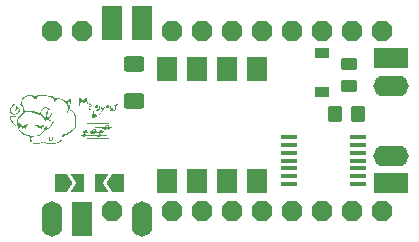
<source format=gbr>
%TF.GenerationSoftware,KiCad,Pcbnew,(6.0.9)*%
%TF.CreationDate,2022-11-13T21:00:24-06:00*%
%TF.ProjectId,melodyous-micro,6d656c6f-6479-46f7-9573-2d6d6963726f,rev?*%
%TF.SameCoordinates,Original*%
%TF.FileFunction,Soldermask,Top*%
%TF.FilePolarity,Negative*%
%FSLAX46Y46*%
G04 Gerber Fmt 4.6, Leading zero omitted, Abs format (unit mm)*
G04 Created by KiCad (PCBNEW (6.0.9)) date 2022-11-13 21:00:24*
%MOMM*%
%LPD*%
G01*
G04 APERTURE LIST*
G04 Aperture macros list*
%AMRoundRect*
0 Rectangle with rounded corners*
0 $1 Rounding radius*
0 $2 $3 $4 $5 $6 $7 $8 $9 X,Y pos of 4 corners*
0 Add a 4 corners polygon primitive as box body*
4,1,4,$2,$3,$4,$5,$6,$7,$8,$9,$2,$3,0*
0 Add four circle primitives for the rounded corners*
1,1,$1+$1,$2,$3*
1,1,$1+$1,$4,$5*
1,1,$1+$1,$6,$7*
1,1,$1+$1,$8,$9*
0 Add four rect primitives between the rounded corners*
20,1,$1+$1,$2,$3,$4,$5,0*
20,1,$1+$1,$4,$5,$6,$7,0*
20,1,$1+$1,$6,$7,$8,$9,0*
20,1,$1+$1,$8,$9,$2,$3,0*%
%AMFreePoly0*
4,1,6,0.500000,-0.750000,-0.650000,-0.750000,-0.150000,0.000000,-0.650000,0.750000,0.500000,0.750000,0.500000,-0.750000,0.500000,-0.750000,$1*%
%AMFreePoly1*
4,1,6,1.000000,0.000000,0.500000,-0.750000,-0.500000,-0.750000,-0.500000,0.750000,0.500000,0.750000,1.000000,0.000000,1.000000,0.000000,$1*%
%AMFreePoly2*
4,1,17,0.377620,0.861655,0.861655,0.377620,0.876300,0.342265,0.876300,-0.342265,0.861655,-0.377620,0.377620,-0.861655,0.342265,-0.876300,-0.342265,-0.876300,-0.377620,-0.861655,-0.861655,-0.377620,-0.876300,-0.342265,-0.876300,0.342265,-0.861655,0.377620,-0.377620,0.861655,-0.342265,0.876300,0.342265,0.876300,0.377620,0.861655,0.377620,0.861655,$1*%
G04 Aperture macros list end*
%ADD10R,1.200000X0.900000*%
%ADD11R,1.450000X0.450000*%
%ADD12RoundRect,0.250000X-0.350000X-0.450000X0.350000X-0.450000X0.350000X0.450000X-0.350000X0.450000X0*%
%ADD13R,1.780000X2.000000*%
%ADD14FreePoly0,180.000000*%
%ADD15FreePoly1,180.000000*%
%ADD16RoundRect,0.250000X-0.625000X0.400000X-0.625000X-0.400000X0.625000X-0.400000X0.625000X0.400000X0*%
%ADD17FreePoly0,0.000000*%
%ADD18FreePoly1,0.000000*%
%ADD19RoundRect,0.250000X0.450000X-0.262500X0.450000X0.262500X-0.450000X0.262500X-0.450000X-0.262500X0*%
%ADD20R,3.000000X1.752600*%
%ADD21O,3.000000X1.752600*%
%ADD22O,1.752600X3.000000*%
%ADD23R,1.752600X3.000000*%
%ADD24FreePoly2,0.000000*%
G04 APERTURE END LIST*
%TO.C,G\u002A\u002A\u002A*%
G36*
X112508287Y-72402361D02*
G01*
X112565954Y-72278243D01*
X112636667Y-72243611D01*
X112727941Y-72303670D01*
X112765046Y-72402361D01*
X112751994Y-72526193D01*
X112642981Y-72561074D01*
X112636667Y-72561111D01*
X112523515Y-72528884D01*
X112508858Y-72420000D01*
X112566111Y-72420000D01*
X112619802Y-72488505D01*
X112636667Y-72490556D01*
X112705172Y-72436864D01*
X112707222Y-72420000D01*
X112653531Y-72351495D01*
X112636667Y-72349444D01*
X112568161Y-72403135D01*
X112566111Y-72420000D01*
X112508858Y-72420000D01*
X112507378Y-72409009D01*
X112508287Y-72402361D01*
G37*
G36*
X112419719Y-72373569D02*
G01*
X112380329Y-72481339D01*
X112288920Y-72660248D01*
X112241925Y-72742543D01*
X112104012Y-72959223D01*
X111999408Y-73087134D01*
X111941045Y-73112270D01*
X111933355Y-73076803D01*
X111973681Y-72981711D01*
X112041222Y-72879984D01*
X112114957Y-72672458D01*
X112106464Y-72527206D01*
X112086379Y-72393965D01*
X112105984Y-72384278D01*
X112145970Y-72442562D01*
X112213644Y-72531409D01*
X112273294Y-72505246D01*
X112323184Y-72442562D01*
X112402276Y-72354716D01*
X112419719Y-72373569D01*
G37*
G36*
X110467083Y-74587202D02*
G01*
X110273055Y-74557810D01*
X110467083Y-74547238D01*
X110608048Y-74517360D01*
X110661111Y-74466111D01*
X110719286Y-74406810D01*
X110784583Y-74396636D01*
X110866286Y-74408288D01*
X110815737Y-74457272D01*
X110802222Y-74466111D01*
X110771538Y-74509766D01*
X110861130Y-74531344D01*
X110996250Y-74535586D01*
X111198769Y-74520991D01*
X111287148Y-74469663D01*
X111287968Y-74466111D01*
X111366667Y-74466111D01*
X111417306Y-74534647D01*
X111433058Y-74536667D01*
X111528614Y-74485380D01*
X111543055Y-74466111D01*
X111527060Y-74405708D01*
X111476664Y-74395556D01*
X111380129Y-74432393D01*
X111366667Y-74466111D01*
X111287968Y-74466111D01*
X111296111Y-74430833D01*
X111357445Y-74345714D01*
X111472500Y-74325000D01*
X111614365Y-74361800D01*
X111648889Y-74430833D01*
X111707711Y-74517023D01*
X111790000Y-74536667D01*
X111904650Y-74507120D01*
X111931111Y-74466111D01*
X111989286Y-74406810D01*
X112054583Y-74396636D01*
X112136065Y-74408284D01*
X112084482Y-74456790D01*
X112072530Y-74464427D01*
X112076833Y-74499436D01*
X112214910Y-74526841D01*
X112489655Y-74547076D01*
X112672253Y-74554414D01*
X113377500Y-74577689D01*
X112689583Y-74592456D01*
X112363947Y-74603334D01*
X112156359Y-74621815D01*
X112043800Y-74651935D01*
X112003254Y-74697729D01*
X112001667Y-74713056D01*
X112026926Y-74763689D01*
X112118052Y-74797565D01*
X112298066Y-74818713D01*
X112589991Y-74831167D01*
X112689583Y-74833532D01*
X113377500Y-74848175D01*
X112711041Y-74871640D01*
X112411446Y-74889066D01*
X112161671Y-74916306D01*
X111997944Y-74948803D01*
X111958850Y-74966257D01*
X111861074Y-74996457D01*
X111827395Y-74963426D01*
X111738459Y-74927340D01*
X111552535Y-74903229D01*
X111313285Y-74891646D01*
X111064370Y-74893144D01*
X110849449Y-74908274D01*
X110712184Y-74937590D01*
X110692861Y-74949067D01*
X110587599Y-74963007D01*
X110449444Y-74914830D01*
X110273055Y-74820969D01*
X110467083Y-74819929D01*
X110619436Y-74786462D01*
X110661111Y-74717742D01*
X110657662Y-74713056D01*
X110731667Y-74713056D01*
X110757271Y-74765967D01*
X110850472Y-74798350D01*
X111035856Y-74814544D01*
X111331389Y-74818889D01*
X111631218Y-74814370D01*
X111814724Y-74797923D01*
X111906492Y-74765208D01*
X111931111Y-74713056D01*
X111869777Y-74627936D01*
X111754722Y-74607222D01*
X111622126Y-74631374D01*
X111578333Y-74677778D01*
X111524093Y-74745622D01*
X111503614Y-74748333D01*
X111461475Y-74705108D01*
X111472500Y-74677778D01*
X111466906Y-74612762D01*
X111441386Y-74607222D01*
X111369538Y-74658439D01*
X111366667Y-74677778D01*
X111312427Y-74745622D01*
X111291947Y-74748333D01*
X111249809Y-74705108D01*
X111260833Y-74677778D01*
X111229076Y-74631456D01*
X111080029Y-74608542D01*
X111018053Y-74607222D01*
X110820251Y-74624193D01*
X110737580Y-74680646D01*
X110731667Y-74713056D01*
X110657662Y-74713056D01*
X110599787Y-74634432D01*
X110467083Y-74587202D01*
G37*
G36*
X110327351Y-71658700D02*
G01*
X110435566Y-71788996D01*
X110526187Y-71934103D01*
X110659196Y-71771357D01*
X110784768Y-71661985D01*
X110871739Y-71688192D01*
X110920010Y-71849799D01*
X110929482Y-72146629D01*
X110925341Y-72250605D01*
X110912118Y-72501594D01*
X110903635Y-72616807D01*
X110897434Y-72601395D01*
X110891056Y-72460509D01*
X110886597Y-72331806D01*
X110868042Y-72113791D01*
X110834207Y-71966525D01*
X110802222Y-71926111D01*
X110739627Y-71983258D01*
X110731667Y-72031944D01*
X110688689Y-72126757D01*
X110599250Y-72116236D01*
X110555278Y-72067222D01*
X110454982Y-71993784D01*
X110355923Y-72031906D01*
X110308450Y-72160860D01*
X110308333Y-72168892D01*
X110282318Y-72318286D01*
X110237778Y-72384722D01*
X110195477Y-72348387D01*
X110171477Y-72187919D01*
X110167222Y-72036108D01*
X110186207Y-71780043D01*
X110240775Y-71653142D01*
X110327351Y-71658700D01*
G37*
G36*
X112387304Y-73844583D02*
G01*
X112579839Y-73848960D01*
X112739464Y-73855184D01*
X112766302Y-73860757D01*
X112668678Y-73865431D01*
X112454915Y-73868954D01*
X112133338Y-73871077D01*
X111825278Y-73871600D01*
X111425400Y-73870740D01*
X111124604Y-73868272D01*
X110931764Y-73864445D01*
X110855753Y-73859512D01*
X110905442Y-73853723D01*
X111027617Y-73849057D01*
X111443574Y-73841388D01*
X111922729Y-73839895D01*
X112387304Y-73844583D01*
G37*
G36*
X109700074Y-72765793D02*
G01*
X109840365Y-72950086D01*
X109926803Y-73251422D01*
X109955555Y-73651182D01*
X109950456Y-73935851D01*
X109928893Y-74118849D01*
X109881472Y-74239441D01*
X109798797Y-74336892D01*
X109789331Y-74345846D01*
X109464937Y-74621442D01*
X109189417Y-74791766D01*
X109095410Y-74831275D01*
X108932716Y-74947053D01*
X108883744Y-75088924D01*
X108799268Y-75253992D01*
X108608990Y-75397163D01*
X108347613Y-75509587D01*
X108049843Y-75582414D01*
X107750383Y-75606792D01*
X107483937Y-75573870D01*
X107305568Y-75491411D01*
X107232005Y-75414312D01*
X107252641Y-75385577D01*
X107365028Y-75434566D01*
X107380278Y-75453889D01*
X107481974Y-75502999D01*
X107679324Y-75522354D01*
X107930428Y-75513679D01*
X108193384Y-75478699D01*
X108426292Y-75419138D01*
X108451943Y-75409770D01*
X108698265Y-75272600D01*
X108809930Y-75098815D01*
X108797136Y-74907083D01*
X108799366Y-74816142D01*
X108903072Y-74775414D01*
X108969438Y-74768760D01*
X109147716Y-74717026D01*
X109366062Y-74601805D01*
X109479973Y-74522546D01*
X109653256Y-74389131D01*
X109776789Y-74295098D01*
X109812934Y-74268445D01*
X109830693Y-74192194D01*
X109847179Y-74010836D01*
X109859331Y-73760365D01*
X109861021Y-73703270D01*
X109851833Y-73323936D01*
X109795114Y-73057377D01*
X109682244Y-72880727D01*
X109510470Y-72773455D01*
X109355833Y-72711167D01*
X109509779Y-72706694D01*
X109700074Y-72765793D01*
G37*
G36*
X106962759Y-72771173D02*
G01*
X107062518Y-72612904D01*
X107070936Y-72602042D01*
X107220776Y-72463845D01*
X107399046Y-72430741D01*
X107441353Y-72433777D01*
X107636384Y-72508969D01*
X107782212Y-72667708D01*
X107869686Y-72872911D01*
X107889655Y-73087493D01*
X107832967Y-73274371D01*
X107690472Y-73396461D01*
X107679926Y-73400573D01*
X107593363Y-73441270D01*
X107608277Y-73479207D01*
X107739356Y-73535092D01*
X107787870Y-73552804D01*
X107954171Y-73626079D01*
X108044897Y-73691610D01*
X108050555Y-73705576D01*
X108006761Y-73839166D01*
X107898694Y-74011394D01*
X107761329Y-74178248D01*
X107629642Y-74295714D01*
X107558330Y-74325000D01*
X107436253Y-74374112D01*
X107268367Y-74500497D01*
X107148905Y-74616328D01*
X106965860Y-74793493D01*
X106801775Y-74888532D01*
X106593253Y-74933908D01*
X106511356Y-74942805D01*
X106274716Y-74980155D01*
X106165898Y-75045509D01*
X106171979Y-75156696D01*
X106255007Y-75296533D01*
X106434381Y-75487636D01*
X106630590Y-75548439D01*
X106876183Y-75488877D01*
X106880006Y-75487286D01*
X107057023Y-75423960D01*
X107128868Y-75419403D01*
X107084990Y-75468355D01*
X106974583Y-75534446D01*
X106792531Y-75596882D01*
X106561907Y-75630146D01*
X106327690Y-75633919D01*
X106134859Y-75607882D01*
X106028393Y-75551715D01*
X106022852Y-75541202D01*
X106021757Y-75445758D01*
X106078529Y-75445758D01*
X106095534Y-75550875D01*
X106169074Y-75595000D01*
X106288597Y-75564105D01*
X106309573Y-75548575D01*
X106314407Y-75467129D01*
X106246396Y-75379695D01*
X106157759Y-75345645D01*
X106137561Y-75352996D01*
X106078529Y-75445758D01*
X106021757Y-75445758D01*
X106021161Y-75393818D01*
X106049865Y-75321070D01*
X106097693Y-75137988D01*
X106017942Y-74998254D01*
X105877358Y-74937929D01*
X105525011Y-74799474D01*
X105239293Y-74553778D01*
X105040707Y-74226958D01*
X104949758Y-73845132D01*
X104947204Y-73777769D01*
X105016667Y-73777769D01*
X105028688Y-73996655D01*
X105067498Y-74091048D01*
X105104861Y-74094254D01*
X105166981Y-74009884D01*
X105168342Y-73929926D01*
X105158782Y-73840162D01*
X105201965Y-73851942D01*
X105279731Y-73919607D01*
X105458249Y-74029563D01*
X105624571Y-74006076D01*
X105734305Y-73926009D01*
X105829694Y-73863607D01*
X105863333Y-73882092D01*
X105814663Y-73984589D01*
X105761694Y-74039297D01*
X105692859Y-74166767D01*
X105696898Y-74241964D01*
X105714193Y-74318278D01*
X105672216Y-74284616D01*
X105632009Y-74236806D01*
X105534005Y-74139192D01*
X105485138Y-74113333D01*
X105444655Y-74171935D01*
X105435528Y-74236806D01*
X105420640Y-74297887D01*
X105378982Y-74229338D01*
X105365271Y-74196189D01*
X105307017Y-74084566D01*
X105242220Y-74093708D01*
X105188269Y-74143318D01*
X105122191Y-74230415D01*
X105136876Y-74319364D01*
X105227038Y-74448518D01*
X105394513Y-74609523D01*
X105608061Y-74749486D01*
X105637817Y-74764122D01*
X105891163Y-74841455D01*
X106199409Y-74878975D01*
X106507108Y-74875143D01*
X106758813Y-74828424D01*
X106831706Y-74797213D01*
X107022728Y-74639096D01*
X107207994Y-74403824D01*
X107344893Y-74150453D01*
X107382134Y-74034323D01*
X107382506Y-73872890D01*
X107447101Y-73872890D01*
X107462240Y-74125223D01*
X107515109Y-74241701D01*
X107607483Y-74222920D01*
X107741134Y-74069479D01*
X107794301Y-73989861D01*
X107893245Y-73827881D01*
X107946967Y-73725658D01*
X107950454Y-73709894D01*
X107883624Y-73675534D01*
X107734742Y-73610008D01*
X107694154Y-73592924D01*
X107450833Y-73491336D01*
X107447101Y-73872890D01*
X107382506Y-73872890D01*
X107382793Y-73748681D01*
X107285263Y-73451903D01*
X107110751Y-73208057D01*
X107107641Y-73205116D01*
X106939131Y-73104811D01*
X106678004Y-73010646D01*
X106372660Y-72933816D01*
X106071501Y-72885516D01*
X105822930Y-72876941D01*
X105741061Y-72889042D01*
X105576460Y-72965271D01*
X105376509Y-73104018D01*
X105283327Y-73183721D01*
X105121086Y-73349774D01*
X105042307Y-73495821D01*
X105017814Y-73686859D01*
X105016667Y-73777769D01*
X104947204Y-73777769D01*
X104946221Y-73751833D01*
X104960165Y-73545050D01*
X105019007Y-73382409D01*
X105148007Y-73207052D01*
X105228333Y-73116865D01*
X105425760Y-72860953D01*
X105499870Y-72650533D01*
X105453593Y-72468064D01*
X105356140Y-72352193D01*
X105130735Y-72227820D01*
X104883346Y-72229841D01*
X104651600Y-72356745D01*
X104625404Y-72381515D01*
X104487608Y-72584310D01*
X104456014Y-72784006D01*
X104523001Y-72947874D01*
X104680950Y-73043188D01*
X104782207Y-73055000D01*
X104925809Y-73003854D01*
X105053531Y-72882074D01*
X105128139Y-72737146D01*
X105118818Y-72625709D01*
X105057379Y-72591841D01*
X105003397Y-72657884D01*
X104913117Y-72755350D01*
X104863410Y-72772778D01*
X104828193Y-72737728D01*
X104868134Y-72675887D01*
X104913825Y-72533482D01*
X104900807Y-72454593D01*
X104890691Y-72363469D01*
X104947476Y-72359755D01*
X105040916Y-72428518D01*
X105140763Y-72554821D01*
X105156010Y-72580605D01*
X105217201Y-72715096D01*
X105197979Y-72816344D01*
X105090794Y-72945364D01*
X104897034Y-73080525D01*
X104683681Y-73124295D01*
X104499991Y-73069140D01*
X104466333Y-73040889D01*
X104394448Y-72882901D01*
X104391113Y-72664151D01*
X104452155Y-72444806D01*
X104514840Y-72341726D01*
X104642924Y-72230708D01*
X104822264Y-72182327D01*
X104973226Y-72175160D01*
X105176549Y-72163990D01*
X105273642Y-72124688D01*
X105298663Y-72043365D01*
X105298664Y-72042836D01*
X105357893Y-71843754D01*
X105506966Y-71643075D01*
X105703906Y-71489555D01*
X105814547Y-71443652D01*
X106075810Y-71426491D01*
X106243358Y-71484763D01*
X106441323Y-71548107D01*
X106596136Y-71514366D01*
X106772152Y-71454558D01*
X106987089Y-71412103D01*
X106988552Y-71411922D01*
X107186081Y-71410836D01*
X107437091Y-71440283D01*
X107701026Y-71491294D01*
X107937330Y-71554905D01*
X108105446Y-71622148D01*
X108163259Y-71671629D01*
X108253737Y-71725533D01*
X108439571Y-71727723D01*
X108745847Y-71761033D01*
X108940399Y-71850867D01*
X109197364Y-72002481D01*
X109298238Y-71858462D01*
X109399505Y-71748059D01*
X109465667Y-71714444D01*
X109512598Y-71776061D01*
X109530423Y-71931971D01*
X109520861Y-72138766D01*
X109485631Y-72353035D01*
X109433943Y-72515170D01*
X109351997Y-72710096D01*
X109291681Y-72869543D01*
X109291171Y-72871071D01*
X109242521Y-72976157D01*
X109214907Y-72966439D01*
X109214943Y-72867488D01*
X109248685Y-72706808D01*
X109264021Y-72449177D01*
X109178385Y-72209557D01*
X109093675Y-72102702D01*
X109275136Y-72102702D01*
X109288696Y-72232112D01*
X109344832Y-72363706D01*
X109402741Y-72368725D01*
X109446787Y-72260627D01*
X109461667Y-72083217D01*
X109455574Y-71920812D01*
X109426267Y-71877097D01*
X109357204Y-71929807D01*
X109351725Y-71935259D01*
X109275136Y-72102702D01*
X109093675Y-72102702D01*
X109018135Y-72007415D01*
X108809628Y-71862219D01*
X108579223Y-71793438D01*
X108353279Y-71820539D01*
X108191667Y-71926111D01*
X108070999Y-72030883D01*
X108001256Y-72064734D01*
X108006178Y-72021609D01*
X108049810Y-71962287D01*
X108104923Y-71825687D01*
X108097360Y-71754319D01*
X107995068Y-71660212D01*
X107791709Y-71582170D01*
X107526889Y-71525187D01*
X107240217Y-71494263D01*
X106971301Y-71494395D01*
X106759751Y-71530580D01*
X106673168Y-71574623D01*
X106612932Y-71700246D01*
X106622417Y-71772520D01*
X106613615Y-71817542D01*
X106512337Y-71757854D01*
X106436421Y-71696806D01*
X106162228Y-71532818D01*
X105900126Y-71505159D01*
X105660838Y-71613550D01*
X105552105Y-71719858D01*
X105408800Y-71954227D01*
X105377144Y-72168670D01*
X105460425Y-72336240D01*
X105475278Y-72349444D01*
X105552699Y-72480454D01*
X105581111Y-72645912D01*
X105594435Y-72790060D01*
X105663261Y-72829333D01*
X105780818Y-72810682D01*
X105987126Y-72801828D01*
X106280843Y-72835848D01*
X106617159Y-72906321D01*
X106798194Y-72956509D01*
X106902760Y-72947402D01*
X106905090Y-72940684D01*
X107007450Y-72940684D01*
X107077194Y-73061637D01*
X107186250Y-73183303D01*
X107314552Y-73306617D01*
X107418698Y-73384844D01*
X107473908Y-73404755D01*
X107455400Y-73353123D01*
X107421156Y-73308693D01*
X107374582Y-73157844D01*
X107404524Y-72964861D01*
X107497772Y-72796521D01*
X107528311Y-72767033D01*
X107597742Y-72732642D01*
X107621890Y-72805876D01*
X107622263Y-72887611D01*
X107613387Y-73014646D01*
X107589394Y-73011795D01*
X107562928Y-72951139D01*
X107521457Y-72867514D01*
X107493361Y-72904467D01*
X107471923Y-73003607D01*
X107474655Y-73183892D01*
X107542609Y-73294382D01*
X107646755Y-73310313D01*
X107740690Y-73232879D01*
X107830143Y-73034151D01*
X107793341Y-72832904D01*
X107692657Y-72676459D01*
X107517523Y-72523448D01*
X107343060Y-72511537D01*
X107168121Y-72640724D01*
X107138454Y-72676459D01*
X107029508Y-72829658D01*
X107007450Y-72940684D01*
X106905090Y-72940684D01*
X106921667Y-72892881D01*
X106962759Y-72771173D01*
G37*
G36*
X111975120Y-72133618D02*
G01*
X111972884Y-72348736D01*
X111961047Y-72611138D01*
X111930484Y-72760005D01*
X111874655Y-72822383D01*
X111857115Y-72827425D01*
X111731650Y-72818484D01*
X111698365Y-72798735D01*
X111650813Y-72696056D01*
X111728892Y-72636947D01*
X111786313Y-72631667D01*
X111869715Y-72609334D01*
X111917975Y-72520405D01*
X111945769Y-72331985D01*
X111951558Y-72261250D01*
X111965586Y-72089030D01*
X111973088Y-72045043D01*
X111975120Y-72133618D01*
G37*
G36*
X111067042Y-72154448D02*
G01*
X111136551Y-72151053D01*
X111240436Y-72213696D01*
X111284754Y-72314966D01*
X111257442Y-72399783D01*
X111195451Y-72420000D01*
X111098284Y-72456544D01*
X111084444Y-72490556D01*
X111138684Y-72558400D01*
X111159164Y-72561111D01*
X111201302Y-72604336D01*
X111190278Y-72631667D01*
X111109030Y-72704639D01*
X111047141Y-72650396D01*
X111015717Y-72482592D01*
X111013889Y-72414827D01*
X111022120Y-72274725D01*
X111084444Y-72274725D01*
X111135661Y-72346573D01*
X111155000Y-72349444D01*
X111223721Y-72325372D01*
X111225555Y-72318331D01*
X111176115Y-72258092D01*
X111155000Y-72243611D01*
X111089984Y-72249205D01*
X111084444Y-72274725D01*
X111022120Y-72274725D01*
X111024723Y-72230415D01*
X111067042Y-72154448D01*
G37*
G36*
X108032995Y-74994907D02*
G01*
X108011063Y-75128063D01*
X107934256Y-75254776D01*
X107813726Y-75317978D01*
X107696897Y-75310081D01*
X107631190Y-75223497D01*
X107628302Y-75189306D01*
X107669365Y-75023726D01*
X107704565Y-74960000D01*
X107751470Y-74913129D01*
X107750279Y-74984369D01*
X107737418Y-75048194D01*
X107737281Y-75198167D01*
X107798081Y-75246823D01*
X107880717Y-75192370D01*
X107940507Y-75057508D01*
X107985021Y-74934879D01*
X108022145Y-74908071D01*
X108032995Y-74994907D01*
G37*
G36*
X112425000Y-74078056D02*
G01*
X112486334Y-73992936D01*
X112601389Y-73972222D01*
X112743254Y-74009023D01*
X112777778Y-74078056D01*
X112827149Y-74152820D01*
X112988334Y-74190049D01*
X113077639Y-74195749D01*
X113377500Y-74207610D01*
X113096193Y-74236283D01*
X112904094Y-74273823D01*
X112776630Y-74331436D01*
X112761054Y-74347895D01*
X112694685Y-74386367D01*
X112631295Y-74325000D01*
X112560089Y-74261084D01*
X112519582Y-74307361D01*
X112448807Y-74385379D01*
X112374352Y-74380305D01*
X112354444Y-74326886D01*
X112287018Y-74299261D01*
X112097249Y-74274370D01*
X111803900Y-74253840D01*
X111425736Y-74239297D01*
X111313750Y-74236654D01*
X110273055Y-74215092D01*
X111349028Y-74199490D01*
X111767987Y-74191447D01*
X112065153Y-74179966D01*
X112259837Y-74162868D01*
X112371351Y-74137973D01*
X112405025Y-74113333D01*
X112495555Y-74113333D01*
X112552702Y-74175929D01*
X112601389Y-74183889D01*
X112695282Y-74145791D01*
X112707222Y-74113333D01*
X112650075Y-74050738D01*
X112601389Y-74042778D01*
X112507496Y-74080876D01*
X112495555Y-74113333D01*
X112405025Y-74113333D01*
X112419007Y-74103102D01*
X112425000Y-74078056D01*
G37*
G36*
X104839012Y-73205373D02*
G01*
X104923832Y-73228775D01*
X104923586Y-73242154D01*
X104826774Y-73272929D01*
X104660284Y-73282020D01*
X104513942Y-73288181D01*
X104468291Y-73346521D01*
X104490742Y-73499122D01*
X104491049Y-73500560D01*
X104580863Y-73761445D01*
X104709679Y-73888539D01*
X104778361Y-73901667D01*
X104866571Y-73942679D01*
X104875555Y-73972222D01*
X104858536Y-74033811D01*
X104791741Y-74013410D01*
X104651562Y-73902534D01*
X104630163Y-73884028D01*
X104473198Y-73670987D01*
X104405331Y-73460694D01*
X104363203Y-73196111D01*
X104666416Y-73196111D01*
X104839012Y-73205373D01*
G37*
G36*
X111419181Y-72360054D02*
G01*
X111431592Y-72674486D01*
X111448216Y-72875785D01*
X111476644Y-72991890D01*
X111524468Y-73050737D01*
X111599282Y-73080266D01*
X111616081Y-73084593D01*
X111761253Y-73152135D01*
X111769587Y-73237520D01*
X111641499Y-73325814D01*
X111609018Y-73338968D01*
X111409269Y-73399884D01*
X111318367Y-73385313D01*
X111323840Y-73296174D01*
X111342896Y-73182097D01*
X111360642Y-72961832D01*
X111374752Y-72670297D01*
X111381433Y-72431868D01*
X111396200Y-71679167D01*
X111419181Y-72360054D01*
G37*
G36*
X112387304Y-75114583D02*
G01*
X112579839Y-75118960D01*
X112739464Y-75125184D01*
X112766302Y-75130757D01*
X112668678Y-75135431D01*
X112454915Y-75138954D01*
X112133338Y-75141077D01*
X111825278Y-75141600D01*
X111425400Y-75140740D01*
X111124604Y-75138272D01*
X110931764Y-75134445D01*
X110855753Y-75129512D01*
X110905442Y-75123723D01*
X111027617Y-75119057D01*
X111443574Y-75111388D01*
X111922729Y-75109895D01*
X112387304Y-75114583D01*
G37*
G36*
X113469707Y-72247195D02*
G01*
X113483333Y-72283053D01*
X113441305Y-72327436D01*
X113420049Y-72318661D01*
X113380033Y-72351513D01*
X113366455Y-72483725D01*
X113367132Y-72503753D01*
X113345244Y-72661010D01*
X113248411Y-72760424D01*
X113056171Y-72811961D01*
X112748061Y-72825590D01*
X112707222Y-72825216D01*
X112389722Y-72821164D01*
X112742500Y-72772778D01*
X112916293Y-72744273D01*
X112991431Y-72721942D01*
X112971805Y-72713307D01*
X112876451Y-72654072D01*
X112855366Y-72508194D01*
X112862399Y-72314167D01*
X112916378Y-72490556D01*
X112970357Y-72666944D01*
X113051965Y-72490556D01*
X113133572Y-72314167D01*
X113105917Y-72511609D01*
X113103972Y-72652543D01*
X113164447Y-72689739D01*
X113192603Y-72685903D01*
X113273461Y-72622194D01*
X113286931Y-72460093D01*
X113284792Y-72435544D01*
X113288186Y-72270317D01*
X113349826Y-72210209D01*
X113372986Y-72208333D01*
X113469707Y-72247195D01*
G37*
G36*
X111591065Y-72402361D02*
G01*
X111648732Y-72278243D01*
X111719444Y-72243611D01*
X111810719Y-72303670D01*
X111847824Y-72402361D01*
X111834772Y-72526193D01*
X111725759Y-72561074D01*
X111719444Y-72561111D01*
X111606293Y-72528884D01*
X111591636Y-72420000D01*
X111648889Y-72420000D01*
X111702580Y-72488505D01*
X111719444Y-72490556D01*
X111787950Y-72436864D01*
X111790000Y-72420000D01*
X111736309Y-72351495D01*
X111719444Y-72349444D01*
X111650939Y-72403135D01*
X111648889Y-72420000D01*
X111591636Y-72420000D01*
X111590156Y-72409009D01*
X111591065Y-72402361D01*
G37*
G36*
X107203142Y-73972797D02*
G01*
X107225052Y-74045530D01*
X107232436Y-74153325D01*
X107163463Y-74156399D01*
X107075614Y-74174076D01*
X107057207Y-74239020D01*
X107039204Y-74304786D01*
X107016050Y-74272083D01*
X106940618Y-74188582D01*
X106860827Y-74232078D01*
X106829191Y-74307361D01*
X106803522Y-74375678D01*
X106790551Y-74309798D01*
X106788740Y-74280312D01*
X106721789Y-74139188D01*
X106639444Y-74092890D01*
X106524978Y-74033038D01*
X106498333Y-73984235D01*
X106552329Y-73962758D01*
X106688821Y-74007957D01*
X106714108Y-74020125D01*
X106870412Y-74086275D01*
X106970066Y-74078123D01*
X107057919Y-74011897D01*
X107156199Y-73937256D01*
X107203142Y-73972797D01*
G37*
%TD*%
D10*
%TO.C,D1*%
X130770000Y-67909998D03*
X130770000Y-71209998D03*
%TD*%
D11*
%TO.C,MCP42010*%
X133860000Y-78940000D03*
X133860000Y-78290000D03*
X133860000Y-77640000D03*
X133860000Y-76990000D03*
X133860000Y-76340000D03*
X133860000Y-75690000D03*
X133860000Y-75040000D03*
X127960000Y-75040000D03*
X127960000Y-75690000D03*
X127960000Y-76340000D03*
X127960000Y-76990000D03*
X127960000Y-77640000D03*
X127960000Y-78290000D03*
X127960000Y-78940000D03*
%TD*%
D12*
%TO.C,R1*%
X133840000Y-73060000D03*
X131840000Y-73060000D03*
%TD*%
D13*
%TO.C,ISOLATOR1*%
X117690000Y-69205000D03*
X120230000Y-69205000D03*
X122770000Y-69205000D03*
X125310000Y-69205000D03*
X125310000Y-78735000D03*
X122770000Y-78735000D03*
X120230000Y-78735000D03*
X117690000Y-78735000D03*
%TD*%
D14*
%TO.C,JP2*%
X112090000Y-78900000D03*
D15*
X113540000Y-78900000D03*
%TD*%
D16*
%TO.C,R2*%
X114850000Y-71920000D03*
X114850000Y-68820000D03*
%TD*%
D17*
%TO.C,JP1*%
X110145000Y-78900000D03*
D18*
X108695000Y-78900000D03*
%TD*%
D19*
%TO.C,R3*%
X133100000Y-68855000D03*
X133100000Y-70680000D03*
%TD*%
D20*
%TO.C,J1*%
X136660400Y-68320000D03*
D21*
X136660400Y-70682000D03*
%TD*%
D22*
%TO.C,U1*%
X107910000Y-81900400D03*
D23*
X110450000Y-81900400D03*
D24*
X112990000Y-81240000D03*
D22*
X115530000Y-81900400D03*
D24*
X118070000Y-81240000D03*
X120610000Y-81240000D03*
X123150000Y-81240000D03*
X125690000Y-81240000D03*
X128230000Y-81240000D03*
X130770000Y-81240000D03*
X133310000Y-81240000D03*
X135850000Y-81240000D03*
X135850000Y-66000000D03*
X133310000Y-66000000D03*
X130770000Y-66000000D03*
X128230000Y-66000000D03*
X125690000Y-66000000D03*
X123150000Y-66000000D03*
X120610000Y-66000000D03*
X118070000Y-66000000D03*
D23*
X115530000Y-65339600D03*
X112990000Y-65339600D03*
D24*
X110450000Y-66000000D03*
X107910000Y-66000000D03*
%TD*%
D21*
%TO.C,POTW1*%
X136660400Y-76568000D03*
D20*
X136660400Y-78900000D03*
%TD*%
M02*

</source>
